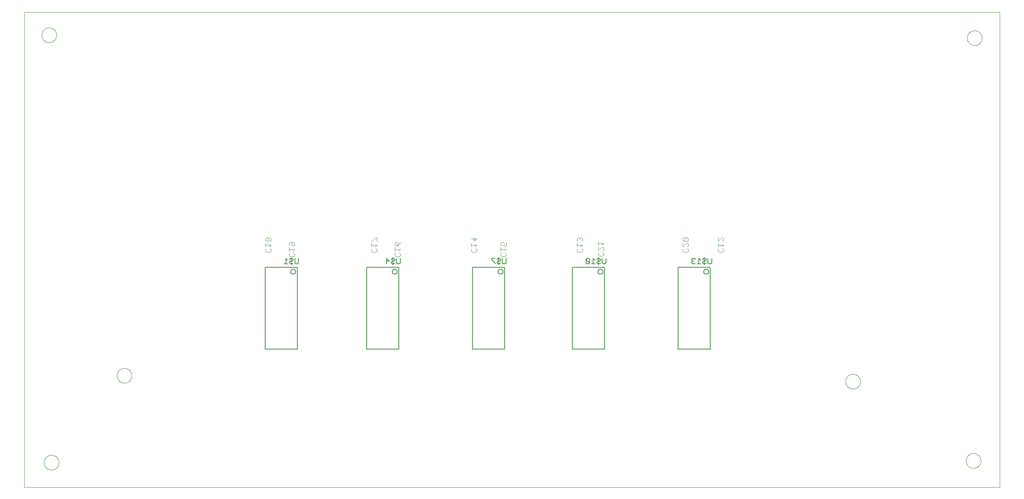
<source format=gbo>
G75*
%MOIN*%
%OFA0B0*%
%FSLAX25Y25*%
%IPPOS*%
%LPD*%
%AMOC8*
5,1,8,0,0,1.08239X$1,22.5*
%
%ADD10C,0.00000*%
%ADD11C,0.00400*%
%ADD12C,0.00600*%
%ADD13C,0.00500*%
D10*
X0002200Y0002700D02*
X0002200Y0407401D01*
X0832121Y0407401D01*
X0832121Y0002700D01*
X0002200Y0002700D01*
X0018901Y0023700D02*
X0018903Y0023858D01*
X0018909Y0024016D01*
X0018919Y0024174D01*
X0018933Y0024332D01*
X0018951Y0024489D01*
X0018972Y0024646D01*
X0018998Y0024802D01*
X0019028Y0024958D01*
X0019061Y0025113D01*
X0019099Y0025266D01*
X0019140Y0025419D01*
X0019185Y0025571D01*
X0019234Y0025722D01*
X0019287Y0025871D01*
X0019343Y0026019D01*
X0019403Y0026165D01*
X0019467Y0026310D01*
X0019535Y0026453D01*
X0019606Y0026595D01*
X0019680Y0026735D01*
X0019758Y0026872D01*
X0019840Y0027008D01*
X0019924Y0027142D01*
X0020013Y0027273D01*
X0020104Y0027402D01*
X0020199Y0027529D01*
X0020296Y0027654D01*
X0020397Y0027776D01*
X0020501Y0027895D01*
X0020608Y0028012D01*
X0020718Y0028126D01*
X0020831Y0028237D01*
X0020946Y0028346D01*
X0021064Y0028451D01*
X0021185Y0028553D01*
X0021308Y0028653D01*
X0021434Y0028749D01*
X0021562Y0028842D01*
X0021692Y0028932D01*
X0021825Y0029018D01*
X0021960Y0029102D01*
X0022096Y0029181D01*
X0022235Y0029258D01*
X0022376Y0029330D01*
X0022518Y0029400D01*
X0022662Y0029465D01*
X0022808Y0029527D01*
X0022955Y0029585D01*
X0023104Y0029640D01*
X0023254Y0029691D01*
X0023405Y0029738D01*
X0023557Y0029781D01*
X0023710Y0029820D01*
X0023865Y0029856D01*
X0024020Y0029887D01*
X0024176Y0029915D01*
X0024332Y0029939D01*
X0024489Y0029959D01*
X0024647Y0029975D01*
X0024804Y0029987D01*
X0024963Y0029995D01*
X0025121Y0029999D01*
X0025279Y0029999D01*
X0025437Y0029995D01*
X0025596Y0029987D01*
X0025753Y0029975D01*
X0025911Y0029959D01*
X0026068Y0029939D01*
X0026224Y0029915D01*
X0026380Y0029887D01*
X0026535Y0029856D01*
X0026690Y0029820D01*
X0026843Y0029781D01*
X0026995Y0029738D01*
X0027146Y0029691D01*
X0027296Y0029640D01*
X0027445Y0029585D01*
X0027592Y0029527D01*
X0027738Y0029465D01*
X0027882Y0029400D01*
X0028024Y0029330D01*
X0028165Y0029258D01*
X0028304Y0029181D01*
X0028440Y0029102D01*
X0028575Y0029018D01*
X0028708Y0028932D01*
X0028838Y0028842D01*
X0028966Y0028749D01*
X0029092Y0028653D01*
X0029215Y0028553D01*
X0029336Y0028451D01*
X0029454Y0028346D01*
X0029569Y0028237D01*
X0029682Y0028126D01*
X0029792Y0028012D01*
X0029899Y0027895D01*
X0030003Y0027776D01*
X0030104Y0027654D01*
X0030201Y0027529D01*
X0030296Y0027402D01*
X0030387Y0027273D01*
X0030476Y0027142D01*
X0030560Y0027008D01*
X0030642Y0026872D01*
X0030720Y0026735D01*
X0030794Y0026595D01*
X0030865Y0026453D01*
X0030933Y0026310D01*
X0030997Y0026165D01*
X0031057Y0026019D01*
X0031113Y0025871D01*
X0031166Y0025722D01*
X0031215Y0025571D01*
X0031260Y0025419D01*
X0031301Y0025266D01*
X0031339Y0025113D01*
X0031372Y0024958D01*
X0031402Y0024802D01*
X0031428Y0024646D01*
X0031449Y0024489D01*
X0031467Y0024332D01*
X0031481Y0024174D01*
X0031491Y0024016D01*
X0031497Y0023858D01*
X0031499Y0023700D01*
X0031497Y0023542D01*
X0031491Y0023384D01*
X0031481Y0023226D01*
X0031467Y0023068D01*
X0031449Y0022911D01*
X0031428Y0022754D01*
X0031402Y0022598D01*
X0031372Y0022442D01*
X0031339Y0022287D01*
X0031301Y0022134D01*
X0031260Y0021981D01*
X0031215Y0021829D01*
X0031166Y0021678D01*
X0031113Y0021529D01*
X0031057Y0021381D01*
X0030997Y0021235D01*
X0030933Y0021090D01*
X0030865Y0020947D01*
X0030794Y0020805D01*
X0030720Y0020665D01*
X0030642Y0020528D01*
X0030560Y0020392D01*
X0030476Y0020258D01*
X0030387Y0020127D01*
X0030296Y0019998D01*
X0030201Y0019871D01*
X0030104Y0019746D01*
X0030003Y0019624D01*
X0029899Y0019505D01*
X0029792Y0019388D01*
X0029682Y0019274D01*
X0029569Y0019163D01*
X0029454Y0019054D01*
X0029336Y0018949D01*
X0029215Y0018847D01*
X0029092Y0018747D01*
X0028966Y0018651D01*
X0028838Y0018558D01*
X0028708Y0018468D01*
X0028575Y0018382D01*
X0028440Y0018298D01*
X0028304Y0018219D01*
X0028165Y0018142D01*
X0028024Y0018070D01*
X0027882Y0018000D01*
X0027738Y0017935D01*
X0027592Y0017873D01*
X0027445Y0017815D01*
X0027296Y0017760D01*
X0027146Y0017709D01*
X0026995Y0017662D01*
X0026843Y0017619D01*
X0026690Y0017580D01*
X0026535Y0017544D01*
X0026380Y0017513D01*
X0026224Y0017485D01*
X0026068Y0017461D01*
X0025911Y0017441D01*
X0025753Y0017425D01*
X0025596Y0017413D01*
X0025437Y0017405D01*
X0025279Y0017401D01*
X0025121Y0017401D01*
X0024963Y0017405D01*
X0024804Y0017413D01*
X0024647Y0017425D01*
X0024489Y0017441D01*
X0024332Y0017461D01*
X0024176Y0017485D01*
X0024020Y0017513D01*
X0023865Y0017544D01*
X0023710Y0017580D01*
X0023557Y0017619D01*
X0023405Y0017662D01*
X0023254Y0017709D01*
X0023104Y0017760D01*
X0022955Y0017815D01*
X0022808Y0017873D01*
X0022662Y0017935D01*
X0022518Y0018000D01*
X0022376Y0018070D01*
X0022235Y0018142D01*
X0022096Y0018219D01*
X0021960Y0018298D01*
X0021825Y0018382D01*
X0021692Y0018468D01*
X0021562Y0018558D01*
X0021434Y0018651D01*
X0021308Y0018747D01*
X0021185Y0018847D01*
X0021064Y0018949D01*
X0020946Y0019054D01*
X0020831Y0019163D01*
X0020718Y0019274D01*
X0020608Y0019388D01*
X0020501Y0019505D01*
X0020397Y0019624D01*
X0020296Y0019746D01*
X0020199Y0019871D01*
X0020104Y0019998D01*
X0020013Y0020127D01*
X0019924Y0020258D01*
X0019840Y0020392D01*
X0019758Y0020528D01*
X0019680Y0020665D01*
X0019606Y0020805D01*
X0019535Y0020947D01*
X0019467Y0021090D01*
X0019403Y0021235D01*
X0019343Y0021381D01*
X0019287Y0021529D01*
X0019234Y0021678D01*
X0019185Y0021829D01*
X0019140Y0021981D01*
X0019099Y0022134D01*
X0019061Y0022287D01*
X0019028Y0022442D01*
X0018998Y0022598D01*
X0018972Y0022754D01*
X0018951Y0022911D01*
X0018933Y0023068D01*
X0018919Y0023226D01*
X0018909Y0023384D01*
X0018903Y0023542D01*
X0018901Y0023700D01*
X0080901Y0097700D02*
X0080903Y0097858D01*
X0080909Y0098016D01*
X0080919Y0098174D01*
X0080933Y0098332D01*
X0080951Y0098489D01*
X0080972Y0098646D01*
X0080998Y0098802D01*
X0081028Y0098958D01*
X0081061Y0099113D01*
X0081099Y0099266D01*
X0081140Y0099419D01*
X0081185Y0099571D01*
X0081234Y0099722D01*
X0081287Y0099871D01*
X0081343Y0100019D01*
X0081403Y0100165D01*
X0081467Y0100310D01*
X0081535Y0100453D01*
X0081606Y0100595D01*
X0081680Y0100735D01*
X0081758Y0100872D01*
X0081840Y0101008D01*
X0081924Y0101142D01*
X0082013Y0101273D01*
X0082104Y0101402D01*
X0082199Y0101529D01*
X0082296Y0101654D01*
X0082397Y0101776D01*
X0082501Y0101895D01*
X0082608Y0102012D01*
X0082718Y0102126D01*
X0082831Y0102237D01*
X0082946Y0102346D01*
X0083064Y0102451D01*
X0083185Y0102553D01*
X0083308Y0102653D01*
X0083434Y0102749D01*
X0083562Y0102842D01*
X0083692Y0102932D01*
X0083825Y0103018D01*
X0083960Y0103102D01*
X0084096Y0103181D01*
X0084235Y0103258D01*
X0084376Y0103330D01*
X0084518Y0103400D01*
X0084662Y0103465D01*
X0084808Y0103527D01*
X0084955Y0103585D01*
X0085104Y0103640D01*
X0085254Y0103691D01*
X0085405Y0103738D01*
X0085557Y0103781D01*
X0085710Y0103820D01*
X0085865Y0103856D01*
X0086020Y0103887D01*
X0086176Y0103915D01*
X0086332Y0103939D01*
X0086489Y0103959D01*
X0086647Y0103975D01*
X0086804Y0103987D01*
X0086963Y0103995D01*
X0087121Y0103999D01*
X0087279Y0103999D01*
X0087437Y0103995D01*
X0087596Y0103987D01*
X0087753Y0103975D01*
X0087911Y0103959D01*
X0088068Y0103939D01*
X0088224Y0103915D01*
X0088380Y0103887D01*
X0088535Y0103856D01*
X0088690Y0103820D01*
X0088843Y0103781D01*
X0088995Y0103738D01*
X0089146Y0103691D01*
X0089296Y0103640D01*
X0089445Y0103585D01*
X0089592Y0103527D01*
X0089738Y0103465D01*
X0089882Y0103400D01*
X0090024Y0103330D01*
X0090165Y0103258D01*
X0090304Y0103181D01*
X0090440Y0103102D01*
X0090575Y0103018D01*
X0090708Y0102932D01*
X0090838Y0102842D01*
X0090966Y0102749D01*
X0091092Y0102653D01*
X0091215Y0102553D01*
X0091336Y0102451D01*
X0091454Y0102346D01*
X0091569Y0102237D01*
X0091682Y0102126D01*
X0091792Y0102012D01*
X0091899Y0101895D01*
X0092003Y0101776D01*
X0092104Y0101654D01*
X0092201Y0101529D01*
X0092296Y0101402D01*
X0092387Y0101273D01*
X0092476Y0101142D01*
X0092560Y0101008D01*
X0092642Y0100872D01*
X0092720Y0100735D01*
X0092794Y0100595D01*
X0092865Y0100453D01*
X0092933Y0100310D01*
X0092997Y0100165D01*
X0093057Y0100019D01*
X0093113Y0099871D01*
X0093166Y0099722D01*
X0093215Y0099571D01*
X0093260Y0099419D01*
X0093301Y0099266D01*
X0093339Y0099113D01*
X0093372Y0098958D01*
X0093402Y0098802D01*
X0093428Y0098646D01*
X0093449Y0098489D01*
X0093467Y0098332D01*
X0093481Y0098174D01*
X0093491Y0098016D01*
X0093497Y0097858D01*
X0093499Y0097700D01*
X0093497Y0097542D01*
X0093491Y0097384D01*
X0093481Y0097226D01*
X0093467Y0097068D01*
X0093449Y0096911D01*
X0093428Y0096754D01*
X0093402Y0096598D01*
X0093372Y0096442D01*
X0093339Y0096287D01*
X0093301Y0096134D01*
X0093260Y0095981D01*
X0093215Y0095829D01*
X0093166Y0095678D01*
X0093113Y0095529D01*
X0093057Y0095381D01*
X0092997Y0095235D01*
X0092933Y0095090D01*
X0092865Y0094947D01*
X0092794Y0094805D01*
X0092720Y0094665D01*
X0092642Y0094528D01*
X0092560Y0094392D01*
X0092476Y0094258D01*
X0092387Y0094127D01*
X0092296Y0093998D01*
X0092201Y0093871D01*
X0092104Y0093746D01*
X0092003Y0093624D01*
X0091899Y0093505D01*
X0091792Y0093388D01*
X0091682Y0093274D01*
X0091569Y0093163D01*
X0091454Y0093054D01*
X0091336Y0092949D01*
X0091215Y0092847D01*
X0091092Y0092747D01*
X0090966Y0092651D01*
X0090838Y0092558D01*
X0090708Y0092468D01*
X0090575Y0092382D01*
X0090440Y0092298D01*
X0090304Y0092219D01*
X0090165Y0092142D01*
X0090024Y0092070D01*
X0089882Y0092000D01*
X0089738Y0091935D01*
X0089592Y0091873D01*
X0089445Y0091815D01*
X0089296Y0091760D01*
X0089146Y0091709D01*
X0088995Y0091662D01*
X0088843Y0091619D01*
X0088690Y0091580D01*
X0088535Y0091544D01*
X0088380Y0091513D01*
X0088224Y0091485D01*
X0088068Y0091461D01*
X0087911Y0091441D01*
X0087753Y0091425D01*
X0087596Y0091413D01*
X0087437Y0091405D01*
X0087279Y0091401D01*
X0087121Y0091401D01*
X0086963Y0091405D01*
X0086804Y0091413D01*
X0086647Y0091425D01*
X0086489Y0091441D01*
X0086332Y0091461D01*
X0086176Y0091485D01*
X0086020Y0091513D01*
X0085865Y0091544D01*
X0085710Y0091580D01*
X0085557Y0091619D01*
X0085405Y0091662D01*
X0085254Y0091709D01*
X0085104Y0091760D01*
X0084955Y0091815D01*
X0084808Y0091873D01*
X0084662Y0091935D01*
X0084518Y0092000D01*
X0084376Y0092070D01*
X0084235Y0092142D01*
X0084096Y0092219D01*
X0083960Y0092298D01*
X0083825Y0092382D01*
X0083692Y0092468D01*
X0083562Y0092558D01*
X0083434Y0092651D01*
X0083308Y0092747D01*
X0083185Y0092847D01*
X0083064Y0092949D01*
X0082946Y0093054D01*
X0082831Y0093163D01*
X0082718Y0093274D01*
X0082608Y0093388D01*
X0082501Y0093505D01*
X0082397Y0093624D01*
X0082296Y0093746D01*
X0082199Y0093871D01*
X0082104Y0093998D01*
X0082013Y0094127D01*
X0081924Y0094258D01*
X0081840Y0094392D01*
X0081758Y0094528D01*
X0081680Y0094665D01*
X0081606Y0094805D01*
X0081535Y0094947D01*
X0081467Y0095090D01*
X0081403Y0095235D01*
X0081343Y0095381D01*
X0081287Y0095529D01*
X0081234Y0095678D01*
X0081185Y0095829D01*
X0081140Y0095981D01*
X0081099Y0096134D01*
X0081061Y0096287D01*
X0081028Y0096442D01*
X0080998Y0096598D01*
X0080972Y0096754D01*
X0080951Y0096911D01*
X0080933Y0097068D01*
X0080919Y0097226D01*
X0080909Y0097384D01*
X0080903Y0097542D01*
X0080901Y0097700D01*
X0016901Y0387700D02*
X0016903Y0387858D01*
X0016909Y0388016D01*
X0016919Y0388174D01*
X0016933Y0388332D01*
X0016951Y0388489D01*
X0016972Y0388646D01*
X0016998Y0388802D01*
X0017028Y0388958D01*
X0017061Y0389113D01*
X0017099Y0389266D01*
X0017140Y0389419D01*
X0017185Y0389571D01*
X0017234Y0389722D01*
X0017287Y0389871D01*
X0017343Y0390019D01*
X0017403Y0390165D01*
X0017467Y0390310D01*
X0017535Y0390453D01*
X0017606Y0390595D01*
X0017680Y0390735D01*
X0017758Y0390872D01*
X0017840Y0391008D01*
X0017924Y0391142D01*
X0018013Y0391273D01*
X0018104Y0391402D01*
X0018199Y0391529D01*
X0018296Y0391654D01*
X0018397Y0391776D01*
X0018501Y0391895D01*
X0018608Y0392012D01*
X0018718Y0392126D01*
X0018831Y0392237D01*
X0018946Y0392346D01*
X0019064Y0392451D01*
X0019185Y0392553D01*
X0019308Y0392653D01*
X0019434Y0392749D01*
X0019562Y0392842D01*
X0019692Y0392932D01*
X0019825Y0393018D01*
X0019960Y0393102D01*
X0020096Y0393181D01*
X0020235Y0393258D01*
X0020376Y0393330D01*
X0020518Y0393400D01*
X0020662Y0393465D01*
X0020808Y0393527D01*
X0020955Y0393585D01*
X0021104Y0393640D01*
X0021254Y0393691D01*
X0021405Y0393738D01*
X0021557Y0393781D01*
X0021710Y0393820D01*
X0021865Y0393856D01*
X0022020Y0393887D01*
X0022176Y0393915D01*
X0022332Y0393939D01*
X0022489Y0393959D01*
X0022647Y0393975D01*
X0022804Y0393987D01*
X0022963Y0393995D01*
X0023121Y0393999D01*
X0023279Y0393999D01*
X0023437Y0393995D01*
X0023596Y0393987D01*
X0023753Y0393975D01*
X0023911Y0393959D01*
X0024068Y0393939D01*
X0024224Y0393915D01*
X0024380Y0393887D01*
X0024535Y0393856D01*
X0024690Y0393820D01*
X0024843Y0393781D01*
X0024995Y0393738D01*
X0025146Y0393691D01*
X0025296Y0393640D01*
X0025445Y0393585D01*
X0025592Y0393527D01*
X0025738Y0393465D01*
X0025882Y0393400D01*
X0026024Y0393330D01*
X0026165Y0393258D01*
X0026304Y0393181D01*
X0026440Y0393102D01*
X0026575Y0393018D01*
X0026708Y0392932D01*
X0026838Y0392842D01*
X0026966Y0392749D01*
X0027092Y0392653D01*
X0027215Y0392553D01*
X0027336Y0392451D01*
X0027454Y0392346D01*
X0027569Y0392237D01*
X0027682Y0392126D01*
X0027792Y0392012D01*
X0027899Y0391895D01*
X0028003Y0391776D01*
X0028104Y0391654D01*
X0028201Y0391529D01*
X0028296Y0391402D01*
X0028387Y0391273D01*
X0028476Y0391142D01*
X0028560Y0391008D01*
X0028642Y0390872D01*
X0028720Y0390735D01*
X0028794Y0390595D01*
X0028865Y0390453D01*
X0028933Y0390310D01*
X0028997Y0390165D01*
X0029057Y0390019D01*
X0029113Y0389871D01*
X0029166Y0389722D01*
X0029215Y0389571D01*
X0029260Y0389419D01*
X0029301Y0389266D01*
X0029339Y0389113D01*
X0029372Y0388958D01*
X0029402Y0388802D01*
X0029428Y0388646D01*
X0029449Y0388489D01*
X0029467Y0388332D01*
X0029481Y0388174D01*
X0029491Y0388016D01*
X0029497Y0387858D01*
X0029499Y0387700D01*
X0029497Y0387542D01*
X0029491Y0387384D01*
X0029481Y0387226D01*
X0029467Y0387068D01*
X0029449Y0386911D01*
X0029428Y0386754D01*
X0029402Y0386598D01*
X0029372Y0386442D01*
X0029339Y0386287D01*
X0029301Y0386134D01*
X0029260Y0385981D01*
X0029215Y0385829D01*
X0029166Y0385678D01*
X0029113Y0385529D01*
X0029057Y0385381D01*
X0028997Y0385235D01*
X0028933Y0385090D01*
X0028865Y0384947D01*
X0028794Y0384805D01*
X0028720Y0384665D01*
X0028642Y0384528D01*
X0028560Y0384392D01*
X0028476Y0384258D01*
X0028387Y0384127D01*
X0028296Y0383998D01*
X0028201Y0383871D01*
X0028104Y0383746D01*
X0028003Y0383624D01*
X0027899Y0383505D01*
X0027792Y0383388D01*
X0027682Y0383274D01*
X0027569Y0383163D01*
X0027454Y0383054D01*
X0027336Y0382949D01*
X0027215Y0382847D01*
X0027092Y0382747D01*
X0026966Y0382651D01*
X0026838Y0382558D01*
X0026708Y0382468D01*
X0026575Y0382382D01*
X0026440Y0382298D01*
X0026304Y0382219D01*
X0026165Y0382142D01*
X0026024Y0382070D01*
X0025882Y0382000D01*
X0025738Y0381935D01*
X0025592Y0381873D01*
X0025445Y0381815D01*
X0025296Y0381760D01*
X0025146Y0381709D01*
X0024995Y0381662D01*
X0024843Y0381619D01*
X0024690Y0381580D01*
X0024535Y0381544D01*
X0024380Y0381513D01*
X0024224Y0381485D01*
X0024068Y0381461D01*
X0023911Y0381441D01*
X0023753Y0381425D01*
X0023596Y0381413D01*
X0023437Y0381405D01*
X0023279Y0381401D01*
X0023121Y0381401D01*
X0022963Y0381405D01*
X0022804Y0381413D01*
X0022647Y0381425D01*
X0022489Y0381441D01*
X0022332Y0381461D01*
X0022176Y0381485D01*
X0022020Y0381513D01*
X0021865Y0381544D01*
X0021710Y0381580D01*
X0021557Y0381619D01*
X0021405Y0381662D01*
X0021254Y0381709D01*
X0021104Y0381760D01*
X0020955Y0381815D01*
X0020808Y0381873D01*
X0020662Y0381935D01*
X0020518Y0382000D01*
X0020376Y0382070D01*
X0020235Y0382142D01*
X0020096Y0382219D01*
X0019960Y0382298D01*
X0019825Y0382382D01*
X0019692Y0382468D01*
X0019562Y0382558D01*
X0019434Y0382651D01*
X0019308Y0382747D01*
X0019185Y0382847D01*
X0019064Y0382949D01*
X0018946Y0383054D01*
X0018831Y0383163D01*
X0018718Y0383274D01*
X0018608Y0383388D01*
X0018501Y0383505D01*
X0018397Y0383624D01*
X0018296Y0383746D01*
X0018199Y0383871D01*
X0018104Y0383998D01*
X0018013Y0384127D01*
X0017924Y0384258D01*
X0017840Y0384392D01*
X0017758Y0384528D01*
X0017680Y0384665D01*
X0017606Y0384805D01*
X0017535Y0384947D01*
X0017467Y0385090D01*
X0017403Y0385235D01*
X0017343Y0385381D01*
X0017287Y0385529D01*
X0017234Y0385678D01*
X0017185Y0385829D01*
X0017140Y0385981D01*
X0017099Y0386134D01*
X0017061Y0386287D01*
X0017028Y0386442D01*
X0016998Y0386598D01*
X0016972Y0386754D01*
X0016951Y0386911D01*
X0016933Y0387068D01*
X0016919Y0387226D01*
X0016909Y0387384D01*
X0016903Y0387542D01*
X0016901Y0387700D01*
X0700901Y0092700D02*
X0700903Y0092858D01*
X0700909Y0093016D01*
X0700919Y0093174D01*
X0700933Y0093332D01*
X0700951Y0093489D01*
X0700972Y0093646D01*
X0700998Y0093802D01*
X0701028Y0093958D01*
X0701061Y0094113D01*
X0701099Y0094266D01*
X0701140Y0094419D01*
X0701185Y0094571D01*
X0701234Y0094722D01*
X0701287Y0094871D01*
X0701343Y0095019D01*
X0701403Y0095165D01*
X0701467Y0095310D01*
X0701535Y0095453D01*
X0701606Y0095595D01*
X0701680Y0095735D01*
X0701758Y0095872D01*
X0701840Y0096008D01*
X0701924Y0096142D01*
X0702013Y0096273D01*
X0702104Y0096402D01*
X0702199Y0096529D01*
X0702296Y0096654D01*
X0702397Y0096776D01*
X0702501Y0096895D01*
X0702608Y0097012D01*
X0702718Y0097126D01*
X0702831Y0097237D01*
X0702946Y0097346D01*
X0703064Y0097451D01*
X0703185Y0097553D01*
X0703308Y0097653D01*
X0703434Y0097749D01*
X0703562Y0097842D01*
X0703692Y0097932D01*
X0703825Y0098018D01*
X0703960Y0098102D01*
X0704096Y0098181D01*
X0704235Y0098258D01*
X0704376Y0098330D01*
X0704518Y0098400D01*
X0704662Y0098465D01*
X0704808Y0098527D01*
X0704955Y0098585D01*
X0705104Y0098640D01*
X0705254Y0098691D01*
X0705405Y0098738D01*
X0705557Y0098781D01*
X0705710Y0098820D01*
X0705865Y0098856D01*
X0706020Y0098887D01*
X0706176Y0098915D01*
X0706332Y0098939D01*
X0706489Y0098959D01*
X0706647Y0098975D01*
X0706804Y0098987D01*
X0706963Y0098995D01*
X0707121Y0098999D01*
X0707279Y0098999D01*
X0707437Y0098995D01*
X0707596Y0098987D01*
X0707753Y0098975D01*
X0707911Y0098959D01*
X0708068Y0098939D01*
X0708224Y0098915D01*
X0708380Y0098887D01*
X0708535Y0098856D01*
X0708690Y0098820D01*
X0708843Y0098781D01*
X0708995Y0098738D01*
X0709146Y0098691D01*
X0709296Y0098640D01*
X0709445Y0098585D01*
X0709592Y0098527D01*
X0709738Y0098465D01*
X0709882Y0098400D01*
X0710024Y0098330D01*
X0710165Y0098258D01*
X0710304Y0098181D01*
X0710440Y0098102D01*
X0710575Y0098018D01*
X0710708Y0097932D01*
X0710838Y0097842D01*
X0710966Y0097749D01*
X0711092Y0097653D01*
X0711215Y0097553D01*
X0711336Y0097451D01*
X0711454Y0097346D01*
X0711569Y0097237D01*
X0711682Y0097126D01*
X0711792Y0097012D01*
X0711899Y0096895D01*
X0712003Y0096776D01*
X0712104Y0096654D01*
X0712201Y0096529D01*
X0712296Y0096402D01*
X0712387Y0096273D01*
X0712476Y0096142D01*
X0712560Y0096008D01*
X0712642Y0095872D01*
X0712720Y0095735D01*
X0712794Y0095595D01*
X0712865Y0095453D01*
X0712933Y0095310D01*
X0712997Y0095165D01*
X0713057Y0095019D01*
X0713113Y0094871D01*
X0713166Y0094722D01*
X0713215Y0094571D01*
X0713260Y0094419D01*
X0713301Y0094266D01*
X0713339Y0094113D01*
X0713372Y0093958D01*
X0713402Y0093802D01*
X0713428Y0093646D01*
X0713449Y0093489D01*
X0713467Y0093332D01*
X0713481Y0093174D01*
X0713491Y0093016D01*
X0713497Y0092858D01*
X0713499Y0092700D01*
X0713497Y0092542D01*
X0713491Y0092384D01*
X0713481Y0092226D01*
X0713467Y0092068D01*
X0713449Y0091911D01*
X0713428Y0091754D01*
X0713402Y0091598D01*
X0713372Y0091442D01*
X0713339Y0091287D01*
X0713301Y0091134D01*
X0713260Y0090981D01*
X0713215Y0090829D01*
X0713166Y0090678D01*
X0713113Y0090529D01*
X0713057Y0090381D01*
X0712997Y0090235D01*
X0712933Y0090090D01*
X0712865Y0089947D01*
X0712794Y0089805D01*
X0712720Y0089665D01*
X0712642Y0089528D01*
X0712560Y0089392D01*
X0712476Y0089258D01*
X0712387Y0089127D01*
X0712296Y0088998D01*
X0712201Y0088871D01*
X0712104Y0088746D01*
X0712003Y0088624D01*
X0711899Y0088505D01*
X0711792Y0088388D01*
X0711682Y0088274D01*
X0711569Y0088163D01*
X0711454Y0088054D01*
X0711336Y0087949D01*
X0711215Y0087847D01*
X0711092Y0087747D01*
X0710966Y0087651D01*
X0710838Y0087558D01*
X0710708Y0087468D01*
X0710575Y0087382D01*
X0710440Y0087298D01*
X0710304Y0087219D01*
X0710165Y0087142D01*
X0710024Y0087070D01*
X0709882Y0087000D01*
X0709738Y0086935D01*
X0709592Y0086873D01*
X0709445Y0086815D01*
X0709296Y0086760D01*
X0709146Y0086709D01*
X0708995Y0086662D01*
X0708843Y0086619D01*
X0708690Y0086580D01*
X0708535Y0086544D01*
X0708380Y0086513D01*
X0708224Y0086485D01*
X0708068Y0086461D01*
X0707911Y0086441D01*
X0707753Y0086425D01*
X0707596Y0086413D01*
X0707437Y0086405D01*
X0707279Y0086401D01*
X0707121Y0086401D01*
X0706963Y0086405D01*
X0706804Y0086413D01*
X0706647Y0086425D01*
X0706489Y0086441D01*
X0706332Y0086461D01*
X0706176Y0086485D01*
X0706020Y0086513D01*
X0705865Y0086544D01*
X0705710Y0086580D01*
X0705557Y0086619D01*
X0705405Y0086662D01*
X0705254Y0086709D01*
X0705104Y0086760D01*
X0704955Y0086815D01*
X0704808Y0086873D01*
X0704662Y0086935D01*
X0704518Y0087000D01*
X0704376Y0087070D01*
X0704235Y0087142D01*
X0704096Y0087219D01*
X0703960Y0087298D01*
X0703825Y0087382D01*
X0703692Y0087468D01*
X0703562Y0087558D01*
X0703434Y0087651D01*
X0703308Y0087747D01*
X0703185Y0087847D01*
X0703064Y0087949D01*
X0702946Y0088054D01*
X0702831Y0088163D01*
X0702718Y0088274D01*
X0702608Y0088388D01*
X0702501Y0088505D01*
X0702397Y0088624D01*
X0702296Y0088746D01*
X0702199Y0088871D01*
X0702104Y0088998D01*
X0702013Y0089127D01*
X0701924Y0089258D01*
X0701840Y0089392D01*
X0701758Y0089528D01*
X0701680Y0089665D01*
X0701606Y0089805D01*
X0701535Y0089947D01*
X0701467Y0090090D01*
X0701403Y0090235D01*
X0701343Y0090381D01*
X0701287Y0090529D01*
X0701234Y0090678D01*
X0701185Y0090829D01*
X0701140Y0090981D01*
X0701099Y0091134D01*
X0701061Y0091287D01*
X0701028Y0091442D01*
X0700998Y0091598D01*
X0700972Y0091754D01*
X0700951Y0091911D01*
X0700933Y0092068D01*
X0700919Y0092226D01*
X0700909Y0092384D01*
X0700903Y0092542D01*
X0700901Y0092700D01*
X0803401Y0025200D02*
X0803403Y0025358D01*
X0803409Y0025516D01*
X0803419Y0025674D01*
X0803433Y0025832D01*
X0803451Y0025989D01*
X0803472Y0026146D01*
X0803498Y0026302D01*
X0803528Y0026458D01*
X0803561Y0026613D01*
X0803599Y0026766D01*
X0803640Y0026919D01*
X0803685Y0027071D01*
X0803734Y0027222D01*
X0803787Y0027371D01*
X0803843Y0027519D01*
X0803903Y0027665D01*
X0803967Y0027810D01*
X0804035Y0027953D01*
X0804106Y0028095D01*
X0804180Y0028235D01*
X0804258Y0028372D01*
X0804340Y0028508D01*
X0804424Y0028642D01*
X0804513Y0028773D01*
X0804604Y0028902D01*
X0804699Y0029029D01*
X0804796Y0029154D01*
X0804897Y0029276D01*
X0805001Y0029395D01*
X0805108Y0029512D01*
X0805218Y0029626D01*
X0805331Y0029737D01*
X0805446Y0029846D01*
X0805564Y0029951D01*
X0805685Y0030053D01*
X0805808Y0030153D01*
X0805934Y0030249D01*
X0806062Y0030342D01*
X0806192Y0030432D01*
X0806325Y0030518D01*
X0806460Y0030602D01*
X0806596Y0030681D01*
X0806735Y0030758D01*
X0806876Y0030830D01*
X0807018Y0030900D01*
X0807162Y0030965D01*
X0807308Y0031027D01*
X0807455Y0031085D01*
X0807604Y0031140D01*
X0807754Y0031191D01*
X0807905Y0031238D01*
X0808057Y0031281D01*
X0808210Y0031320D01*
X0808365Y0031356D01*
X0808520Y0031387D01*
X0808676Y0031415D01*
X0808832Y0031439D01*
X0808989Y0031459D01*
X0809147Y0031475D01*
X0809304Y0031487D01*
X0809463Y0031495D01*
X0809621Y0031499D01*
X0809779Y0031499D01*
X0809937Y0031495D01*
X0810096Y0031487D01*
X0810253Y0031475D01*
X0810411Y0031459D01*
X0810568Y0031439D01*
X0810724Y0031415D01*
X0810880Y0031387D01*
X0811035Y0031356D01*
X0811190Y0031320D01*
X0811343Y0031281D01*
X0811495Y0031238D01*
X0811646Y0031191D01*
X0811796Y0031140D01*
X0811945Y0031085D01*
X0812092Y0031027D01*
X0812238Y0030965D01*
X0812382Y0030900D01*
X0812524Y0030830D01*
X0812665Y0030758D01*
X0812804Y0030681D01*
X0812940Y0030602D01*
X0813075Y0030518D01*
X0813208Y0030432D01*
X0813338Y0030342D01*
X0813466Y0030249D01*
X0813592Y0030153D01*
X0813715Y0030053D01*
X0813836Y0029951D01*
X0813954Y0029846D01*
X0814069Y0029737D01*
X0814182Y0029626D01*
X0814292Y0029512D01*
X0814399Y0029395D01*
X0814503Y0029276D01*
X0814604Y0029154D01*
X0814701Y0029029D01*
X0814796Y0028902D01*
X0814887Y0028773D01*
X0814976Y0028642D01*
X0815060Y0028508D01*
X0815142Y0028372D01*
X0815220Y0028235D01*
X0815294Y0028095D01*
X0815365Y0027953D01*
X0815433Y0027810D01*
X0815497Y0027665D01*
X0815557Y0027519D01*
X0815613Y0027371D01*
X0815666Y0027222D01*
X0815715Y0027071D01*
X0815760Y0026919D01*
X0815801Y0026766D01*
X0815839Y0026613D01*
X0815872Y0026458D01*
X0815902Y0026302D01*
X0815928Y0026146D01*
X0815949Y0025989D01*
X0815967Y0025832D01*
X0815981Y0025674D01*
X0815991Y0025516D01*
X0815997Y0025358D01*
X0815999Y0025200D01*
X0815997Y0025042D01*
X0815991Y0024884D01*
X0815981Y0024726D01*
X0815967Y0024568D01*
X0815949Y0024411D01*
X0815928Y0024254D01*
X0815902Y0024098D01*
X0815872Y0023942D01*
X0815839Y0023787D01*
X0815801Y0023634D01*
X0815760Y0023481D01*
X0815715Y0023329D01*
X0815666Y0023178D01*
X0815613Y0023029D01*
X0815557Y0022881D01*
X0815497Y0022735D01*
X0815433Y0022590D01*
X0815365Y0022447D01*
X0815294Y0022305D01*
X0815220Y0022165D01*
X0815142Y0022028D01*
X0815060Y0021892D01*
X0814976Y0021758D01*
X0814887Y0021627D01*
X0814796Y0021498D01*
X0814701Y0021371D01*
X0814604Y0021246D01*
X0814503Y0021124D01*
X0814399Y0021005D01*
X0814292Y0020888D01*
X0814182Y0020774D01*
X0814069Y0020663D01*
X0813954Y0020554D01*
X0813836Y0020449D01*
X0813715Y0020347D01*
X0813592Y0020247D01*
X0813466Y0020151D01*
X0813338Y0020058D01*
X0813208Y0019968D01*
X0813075Y0019882D01*
X0812940Y0019798D01*
X0812804Y0019719D01*
X0812665Y0019642D01*
X0812524Y0019570D01*
X0812382Y0019500D01*
X0812238Y0019435D01*
X0812092Y0019373D01*
X0811945Y0019315D01*
X0811796Y0019260D01*
X0811646Y0019209D01*
X0811495Y0019162D01*
X0811343Y0019119D01*
X0811190Y0019080D01*
X0811035Y0019044D01*
X0810880Y0019013D01*
X0810724Y0018985D01*
X0810568Y0018961D01*
X0810411Y0018941D01*
X0810253Y0018925D01*
X0810096Y0018913D01*
X0809937Y0018905D01*
X0809779Y0018901D01*
X0809621Y0018901D01*
X0809463Y0018905D01*
X0809304Y0018913D01*
X0809147Y0018925D01*
X0808989Y0018941D01*
X0808832Y0018961D01*
X0808676Y0018985D01*
X0808520Y0019013D01*
X0808365Y0019044D01*
X0808210Y0019080D01*
X0808057Y0019119D01*
X0807905Y0019162D01*
X0807754Y0019209D01*
X0807604Y0019260D01*
X0807455Y0019315D01*
X0807308Y0019373D01*
X0807162Y0019435D01*
X0807018Y0019500D01*
X0806876Y0019570D01*
X0806735Y0019642D01*
X0806596Y0019719D01*
X0806460Y0019798D01*
X0806325Y0019882D01*
X0806192Y0019968D01*
X0806062Y0020058D01*
X0805934Y0020151D01*
X0805808Y0020247D01*
X0805685Y0020347D01*
X0805564Y0020449D01*
X0805446Y0020554D01*
X0805331Y0020663D01*
X0805218Y0020774D01*
X0805108Y0020888D01*
X0805001Y0021005D01*
X0804897Y0021124D01*
X0804796Y0021246D01*
X0804699Y0021371D01*
X0804604Y0021498D01*
X0804513Y0021627D01*
X0804424Y0021758D01*
X0804340Y0021892D01*
X0804258Y0022028D01*
X0804180Y0022165D01*
X0804106Y0022305D01*
X0804035Y0022447D01*
X0803967Y0022590D01*
X0803903Y0022735D01*
X0803843Y0022881D01*
X0803787Y0023029D01*
X0803734Y0023178D01*
X0803685Y0023329D01*
X0803640Y0023481D01*
X0803599Y0023634D01*
X0803561Y0023787D01*
X0803528Y0023942D01*
X0803498Y0024098D01*
X0803472Y0024254D01*
X0803451Y0024411D01*
X0803433Y0024568D01*
X0803419Y0024726D01*
X0803409Y0024884D01*
X0803403Y0025042D01*
X0803401Y0025200D01*
X0804401Y0385200D02*
X0804403Y0385358D01*
X0804409Y0385516D01*
X0804419Y0385674D01*
X0804433Y0385832D01*
X0804451Y0385989D01*
X0804472Y0386146D01*
X0804498Y0386302D01*
X0804528Y0386458D01*
X0804561Y0386613D01*
X0804599Y0386766D01*
X0804640Y0386919D01*
X0804685Y0387071D01*
X0804734Y0387222D01*
X0804787Y0387371D01*
X0804843Y0387519D01*
X0804903Y0387665D01*
X0804967Y0387810D01*
X0805035Y0387953D01*
X0805106Y0388095D01*
X0805180Y0388235D01*
X0805258Y0388372D01*
X0805340Y0388508D01*
X0805424Y0388642D01*
X0805513Y0388773D01*
X0805604Y0388902D01*
X0805699Y0389029D01*
X0805796Y0389154D01*
X0805897Y0389276D01*
X0806001Y0389395D01*
X0806108Y0389512D01*
X0806218Y0389626D01*
X0806331Y0389737D01*
X0806446Y0389846D01*
X0806564Y0389951D01*
X0806685Y0390053D01*
X0806808Y0390153D01*
X0806934Y0390249D01*
X0807062Y0390342D01*
X0807192Y0390432D01*
X0807325Y0390518D01*
X0807460Y0390602D01*
X0807596Y0390681D01*
X0807735Y0390758D01*
X0807876Y0390830D01*
X0808018Y0390900D01*
X0808162Y0390965D01*
X0808308Y0391027D01*
X0808455Y0391085D01*
X0808604Y0391140D01*
X0808754Y0391191D01*
X0808905Y0391238D01*
X0809057Y0391281D01*
X0809210Y0391320D01*
X0809365Y0391356D01*
X0809520Y0391387D01*
X0809676Y0391415D01*
X0809832Y0391439D01*
X0809989Y0391459D01*
X0810147Y0391475D01*
X0810304Y0391487D01*
X0810463Y0391495D01*
X0810621Y0391499D01*
X0810779Y0391499D01*
X0810937Y0391495D01*
X0811096Y0391487D01*
X0811253Y0391475D01*
X0811411Y0391459D01*
X0811568Y0391439D01*
X0811724Y0391415D01*
X0811880Y0391387D01*
X0812035Y0391356D01*
X0812190Y0391320D01*
X0812343Y0391281D01*
X0812495Y0391238D01*
X0812646Y0391191D01*
X0812796Y0391140D01*
X0812945Y0391085D01*
X0813092Y0391027D01*
X0813238Y0390965D01*
X0813382Y0390900D01*
X0813524Y0390830D01*
X0813665Y0390758D01*
X0813804Y0390681D01*
X0813940Y0390602D01*
X0814075Y0390518D01*
X0814208Y0390432D01*
X0814338Y0390342D01*
X0814466Y0390249D01*
X0814592Y0390153D01*
X0814715Y0390053D01*
X0814836Y0389951D01*
X0814954Y0389846D01*
X0815069Y0389737D01*
X0815182Y0389626D01*
X0815292Y0389512D01*
X0815399Y0389395D01*
X0815503Y0389276D01*
X0815604Y0389154D01*
X0815701Y0389029D01*
X0815796Y0388902D01*
X0815887Y0388773D01*
X0815976Y0388642D01*
X0816060Y0388508D01*
X0816142Y0388372D01*
X0816220Y0388235D01*
X0816294Y0388095D01*
X0816365Y0387953D01*
X0816433Y0387810D01*
X0816497Y0387665D01*
X0816557Y0387519D01*
X0816613Y0387371D01*
X0816666Y0387222D01*
X0816715Y0387071D01*
X0816760Y0386919D01*
X0816801Y0386766D01*
X0816839Y0386613D01*
X0816872Y0386458D01*
X0816902Y0386302D01*
X0816928Y0386146D01*
X0816949Y0385989D01*
X0816967Y0385832D01*
X0816981Y0385674D01*
X0816991Y0385516D01*
X0816997Y0385358D01*
X0816999Y0385200D01*
X0816997Y0385042D01*
X0816991Y0384884D01*
X0816981Y0384726D01*
X0816967Y0384568D01*
X0816949Y0384411D01*
X0816928Y0384254D01*
X0816902Y0384098D01*
X0816872Y0383942D01*
X0816839Y0383787D01*
X0816801Y0383634D01*
X0816760Y0383481D01*
X0816715Y0383329D01*
X0816666Y0383178D01*
X0816613Y0383029D01*
X0816557Y0382881D01*
X0816497Y0382735D01*
X0816433Y0382590D01*
X0816365Y0382447D01*
X0816294Y0382305D01*
X0816220Y0382165D01*
X0816142Y0382028D01*
X0816060Y0381892D01*
X0815976Y0381758D01*
X0815887Y0381627D01*
X0815796Y0381498D01*
X0815701Y0381371D01*
X0815604Y0381246D01*
X0815503Y0381124D01*
X0815399Y0381005D01*
X0815292Y0380888D01*
X0815182Y0380774D01*
X0815069Y0380663D01*
X0814954Y0380554D01*
X0814836Y0380449D01*
X0814715Y0380347D01*
X0814592Y0380247D01*
X0814466Y0380151D01*
X0814338Y0380058D01*
X0814208Y0379968D01*
X0814075Y0379882D01*
X0813940Y0379798D01*
X0813804Y0379719D01*
X0813665Y0379642D01*
X0813524Y0379570D01*
X0813382Y0379500D01*
X0813238Y0379435D01*
X0813092Y0379373D01*
X0812945Y0379315D01*
X0812796Y0379260D01*
X0812646Y0379209D01*
X0812495Y0379162D01*
X0812343Y0379119D01*
X0812190Y0379080D01*
X0812035Y0379044D01*
X0811880Y0379013D01*
X0811724Y0378985D01*
X0811568Y0378961D01*
X0811411Y0378941D01*
X0811253Y0378925D01*
X0811096Y0378913D01*
X0810937Y0378905D01*
X0810779Y0378901D01*
X0810621Y0378901D01*
X0810463Y0378905D01*
X0810304Y0378913D01*
X0810147Y0378925D01*
X0809989Y0378941D01*
X0809832Y0378961D01*
X0809676Y0378985D01*
X0809520Y0379013D01*
X0809365Y0379044D01*
X0809210Y0379080D01*
X0809057Y0379119D01*
X0808905Y0379162D01*
X0808754Y0379209D01*
X0808604Y0379260D01*
X0808455Y0379315D01*
X0808308Y0379373D01*
X0808162Y0379435D01*
X0808018Y0379500D01*
X0807876Y0379570D01*
X0807735Y0379642D01*
X0807596Y0379719D01*
X0807460Y0379798D01*
X0807325Y0379882D01*
X0807192Y0379968D01*
X0807062Y0380058D01*
X0806934Y0380151D01*
X0806808Y0380247D01*
X0806685Y0380347D01*
X0806564Y0380449D01*
X0806446Y0380554D01*
X0806331Y0380663D01*
X0806218Y0380774D01*
X0806108Y0380888D01*
X0806001Y0381005D01*
X0805897Y0381124D01*
X0805796Y0381246D01*
X0805699Y0381371D01*
X0805604Y0381498D01*
X0805513Y0381627D01*
X0805424Y0381758D01*
X0805340Y0381892D01*
X0805258Y0382028D01*
X0805180Y0382165D01*
X0805106Y0382305D01*
X0805035Y0382447D01*
X0804967Y0382590D01*
X0804903Y0382735D01*
X0804843Y0382881D01*
X0804787Y0383029D01*
X0804734Y0383178D01*
X0804685Y0383329D01*
X0804640Y0383481D01*
X0804599Y0383634D01*
X0804561Y0383787D01*
X0804528Y0383942D01*
X0804498Y0384098D01*
X0804472Y0384254D01*
X0804451Y0384411D01*
X0804433Y0384568D01*
X0804419Y0384726D01*
X0804409Y0384884D01*
X0804403Y0385042D01*
X0804401Y0385200D01*
D11*
X0597004Y0214410D02*
X0597004Y0212875D01*
X0596237Y0212108D01*
X0597004Y0214410D02*
X0596237Y0215177D01*
X0595469Y0215177D01*
X0592400Y0212108D01*
X0592400Y0215177D01*
X0592400Y0210573D02*
X0592400Y0207504D01*
X0592400Y0209039D02*
X0597004Y0209039D01*
X0595469Y0207504D01*
X0596237Y0205969D02*
X0597004Y0205202D01*
X0597004Y0203667D01*
X0596237Y0202900D01*
X0593167Y0202900D01*
X0592400Y0203667D01*
X0592400Y0205202D01*
X0593167Y0205969D01*
X0567004Y0205202D02*
X0567004Y0203667D01*
X0566237Y0202900D01*
X0563167Y0202900D01*
X0562400Y0203667D01*
X0562400Y0205202D01*
X0563167Y0205969D01*
X0562400Y0207504D02*
X0565469Y0210573D01*
X0566237Y0210573D01*
X0567004Y0209806D01*
X0567004Y0208271D01*
X0566237Y0207504D01*
X0566237Y0205969D02*
X0567004Y0205202D01*
X0562400Y0207504D02*
X0562400Y0210573D01*
X0563167Y0212108D02*
X0566237Y0215177D01*
X0563167Y0215177D01*
X0562400Y0214410D01*
X0562400Y0212875D01*
X0563167Y0212108D01*
X0566237Y0212108D01*
X0567004Y0212875D01*
X0567004Y0214410D01*
X0566237Y0215177D01*
X0495004Y0210331D02*
X0493469Y0208796D01*
X0493469Y0207261D02*
X0494237Y0207261D01*
X0495004Y0206494D01*
X0495004Y0204959D01*
X0494237Y0204192D01*
X0494237Y0202657D02*
X0495004Y0201890D01*
X0495004Y0200356D01*
X0494237Y0199588D01*
X0491167Y0199588D01*
X0490400Y0200356D01*
X0490400Y0201890D01*
X0491167Y0202657D01*
X0490400Y0204192D02*
X0493469Y0207261D01*
X0490400Y0207261D02*
X0490400Y0204192D01*
X0490400Y0208796D02*
X0490400Y0211865D01*
X0490400Y0210331D02*
X0495004Y0210331D01*
X0477004Y0209039D02*
X0472400Y0209039D01*
X0472400Y0210573D02*
X0472400Y0207504D01*
X0473167Y0205969D02*
X0472400Y0205202D01*
X0472400Y0203667D01*
X0473167Y0202900D01*
X0476237Y0202900D01*
X0477004Y0203667D01*
X0477004Y0205202D01*
X0476237Y0205969D01*
X0475469Y0207504D02*
X0477004Y0209039D01*
X0476237Y0212108D02*
X0477004Y0212875D01*
X0477004Y0214410D01*
X0476237Y0215177D01*
X0475469Y0215177D01*
X0474702Y0214410D01*
X0473935Y0215177D01*
X0473167Y0215177D01*
X0472400Y0214410D01*
X0472400Y0212875D01*
X0473167Y0212108D01*
X0474702Y0213642D02*
X0474702Y0214410D01*
X0412004Y0211365D02*
X0412004Y0208296D01*
X0409702Y0208296D01*
X0410469Y0209831D01*
X0410469Y0210598D01*
X0409702Y0211365D01*
X0408167Y0211365D01*
X0407400Y0210598D01*
X0407400Y0209063D01*
X0408167Y0208296D01*
X0407400Y0206761D02*
X0407400Y0203692D01*
X0407400Y0205227D02*
X0412004Y0205227D01*
X0410469Y0203692D01*
X0411237Y0202157D02*
X0412004Y0201390D01*
X0412004Y0199856D01*
X0411237Y0199088D01*
X0408167Y0199088D01*
X0407400Y0199856D01*
X0407400Y0201390D01*
X0408167Y0202157D01*
X0387004Y0203667D02*
X0386237Y0202900D01*
X0383167Y0202900D01*
X0382400Y0203667D01*
X0382400Y0205202D01*
X0383167Y0205969D01*
X0382400Y0207504D02*
X0382400Y0210573D01*
X0382400Y0209039D02*
X0387004Y0209039D01*
X0385469Y0207504D01*
X0386237Y0205969D02*
X0387004Y0205202D01*
X0387004Y0203667D01*
X0384702Y0212108D02*
X0384702Y0215177D01*
X0387004Y0214410D02*
X0384702Y0212108D01*
X0382400Y0214410D02*
X0387004Y0214410D01*
X0322004Y0211365D02*
X0321237Y0209831D01*
X0319702Y0208296D01*
X0319702Y0210598D01*
X0318935Y0211365D01*
X0318167Y0211365D01*
X0317400Y0210598D01*
X0317400Y0209063D01*
X0318167Y0208296D01*
X0319702Y0208296D01*
X0317400Y0206761D02*
X0317400Y0203692D01*
X0317400Y0205227D02*
X0322004Y0205227D01*
X0320469Y0203692D01*
X0321237Y0202157D02*
X0322004Y0201390D01*
X0322004Y0199856D01*
X0321237Y0199088D01*
X0318167Y0199088D01*
X0317400Y0199856D01*
X0317400Y0201390D01*
X0318167Y0202157D01*
X0302004Y0203667D02*
X0301237Y0202900D01*
X0298167Y0202900D01*
X0297400Y0203667D01*
X0297400Y0205202D01*
X0298167Y0205969D01*
X0297400Y0207504D02*
X0297400Y0210573D01*
X0297400Y0209039D02*
X0302004Y0209039D01*
X0300469Y0207504D01*
X0301237Y0205969D02*
X0302004Y0205202D01*
X0302004Y0203667D01*
X0302004Y0212108D02*
X0302004Y0215177D01*
X0301237Y0215177D01*
X0298167Y0212108D01*
X0297400Y0212108D01*
X0232004Y0210598D02*
X0232004Y0209063D01*
X0231237Y0208296D01*
X0230469Y0208296D01*
X0229702Y0209063D01*
X0229702Y0211365D01*
X0231237Y0211365D02*
X0232004Y0210598D01*
X0231237Y0211365D02*
X0228167Y0211365D01*
X0227400Y0210598D01*
X0227400Y0209063D01*
X0228167Y0208296D01*
X0227400Y0206761D02*
X0227400Y0203692D01*
X0227400Y0205227D02*
X0232004Y0205227D01*
X0230469Y0203692D01*
X0231237Y0202157D02*
X0232004Y0201390D01*
X0232004Y0199856D01*
X0231237Y0199088D01*
X0228167Y0199088D01*
X0227400Y0199856D01*
X0227400Y0201390D01*
X0228167Y0202157D01*
X0212004Y0203667D02*
X0211237Y0202900D01*
X0208167Y0202900D01*
X0207400Y0203667D01*
X0207400Y0205202D01*
X0208167Y0205969D01*
X0207400Y0207504D02*
X0207400Y0210573D01*
X0207400Y0209039D02*
X0212004Y0209039D01*
X0210469Y0207504D01*
X0211237Y0205969D02*
X0212004Y0205202D01*
X0212004Y0203667D01*
X0211237Y0212108D02*
X0210469Y0212108D01*
X0209702Y0212875D01*
X0209702Y0214410D01*
X0208935Y0215177D01*
X0208167Y0215177D01*
X0207400Y0214410D01*
X0207400Y0212875D01*
X0208167Y0212108D01*
X0208935Y0212108D01*
X0209702Y0212875D01*
X0209702Y0214410D02*
X0210469Y0215177D01*
X0211237Y0215177D01*
X0212004Y0214410D01*
X0212004Y0212875D01*
X0211237Y0212108D01*
D12*
X0207065Y0189900D02*
X0234335Y0189900D01*
X0234335Y0120400D01*
X0207065Y0120400D01*
X0207065Y0189900D01*
X0228766Y0186200D02*
X0228768Y0186292D01*
X0228774Y0186383D01*
X0228784Y0186474D01*
X0228798Y0186565D01*
X0228816Y0186655D01*
X0228838Y0186744D01*
X0228863Y0186831D01*
X0228893Y0186918D01*
X0228926Y0187004D01*
X0228963Y0187087D01*
X0229003Y0187170D01*
X0229047Y0187250D01*
X0229095Y0187328D01*
X0229146Y0187405D01*
X0229200Y0187478D01*
X0229257Y0187550D01*
X0229318Y0187619D01*
X0229381Y0187685D01*
X0229447Y0187748D01*
X0229516Y0187809D01*
X0229588Y0187866D01*
X0229661Y0187920D01*
X0229738Y0187971D01*
X0229816Y0188019D01*
X0229896Y0188063D01*
X0229979Y0188103D01*
X0230062Y0188140D01*
X0230148Y0188173D01*
X0230235Y0188203D01*
X0230322Y0188228D01*
X0230411Y0188250D01*
X0230501Y0188268D01*
X0230592Y0188282D01*
X0230683Y0188292D01*
X0230774Y0188298D01*
X0230866Y0188300D01*
X0230958Y0188298D01*
X0231049Y0188292D01*
X0231140Y0188282D01*
X0231231Y0188268D01*
X0231321Y0188250D01*
X0231410Y0188228D01*
X0231497Y0188203D01*
X0231584Y0188173D01*
X0231670Y0188140D01*
X0231753Y0188103D01*
X0231836Y0188063D01*
X0231916Y0188019D01*
X0231994Y0187971D01*
X0232071Y0187920D01*
X0232144Y0187866D01*
X0232216Y0187809D01*
X0232285Y0187748D01*
X0232351Y0187685D01*
X0232414Y0187619D01*
X0232475Y0187550D01*
X0232532Y0187478D01*
X0232586Y0187405D01*
X0232637Y0187328D01*
X0232685Y0187250D01*
X0232729Y0187170D01*
X0232769Y0187087D01*
X0232806Y0187004D01*
X0232839Y0186918D01*
X0232869Y0186831D01*
X0232894Y0186744D01*
X0232916Y0186655D01*
X0232934Y0186565D01*
X0232948Y0186474D01*
X0232958Y0186383D01*
X0232964Y0186292D01*
X0232966Y0186200D01*
X0232964Y0186108D01*
X0232958Y0186017D01*
X0232948Y0185926D01*
X0232934Y0185835D01*
X0232916Y0185745D01*
X0232894Y0185656D01*
X0232869Y0185569D01*
X0232839Y0185482D01*
X0232806Y0185396D01*
X0232769Y0185313D01*
X0232729Y0185230D01*
X0232685Y0185150D01*
X0232637Y0185072D01*
X0232586Y0184995D01*
X0232532Y0184922D01*
X0232475Y0184850D01*
X0232414Y0184781D01*
X0232351Y0184715D01*
X0232285Y0184652D01*
X0232216Y0184591D01*
X0232144Y0184534D01*
X0232071Y0184480D01*
X0231994Y0184429D01*
X0231916Y0184381D01*
X0231836Y0184337D01*
X0231753Y0184297D01*
X0231670Y0184260D01*
X0231584Y0184227D01*
X0231497Y0184197D01*
X0231410Y0184172D01*
X0231321Y0184150D01*
X0231231Y0184132D01*
X0231140Y0184118D01*
X0231049Y0184108D01*
X0230958Y0184102D01*
X0230866Y0184100D01*
X0230774Y0184102D01*
X0230683Y0184108D01*
X0230592Y0184118D01*
X0230501Y0184132D01*
X0230411Y0184150D01*
X0230322Y0184172D01*
X0230235Y0184197D01*
X0230148Y0184227D01*
X0230062Y0184260D01*
X0229979Y0184297D01*
X0229896Y0184337D01*
X0229816Y0184381D01*
X0229738Y0184429D01*
X0229661Y0184480D01*
X0229588Y0184534D01*
X0229516Y0184591D01*
X0229447Y0184652D01*
X0229381Y0184715D01*
X0229318Y0184781D01*
X0229257Y0184850D01*
X0229200Y0184922D01*
X0229146Y0184995D01*
X0229095Y0185072D01*
X0229047Y0185150D01*
X0229003Y0185230D01*
X0228963Y0185313D01*
X0228926Y0185396D01*
X0228893Y0185482D01*
X0228863Y0185569D01*
X0228838Y0185656D01*
X0228816Y0185745D01*
X0228798Y0185835D01*
X0228784Y0185926D01*
X0228774Y0186017D01*
X0228768Y0186108D01*
X0228766Y0186200D01*
X0293565Y0189900D02*
X0320835Y0189900D01*
X0320835Y0120400D01*
X0293565Y0120400D01*
X0293565Y0189900D01*
X0315266Y0186200D02*
X0315268Y0186292D01*
X0315274Y0186383D01*
X0315284Y0186474D01*
X0315298Y0186565D01*
X0315316Y0186655D01*
X0315338Y0186744D01*
X0315363Y0186831D01*
X0315393Y0186918D01*
X0315426Y0187004D01*
X0315463Y0187087D01*
X0315503Y0187170D01*
X0315547Y0187250D01*
X0315595Y0187328D01*
X0315646Y0187405D01*
X0315700Y0187478D01*
X0315757Y0187550D01*
X0315818Y0187619D01*
X0315881Y0187685D01*
X0315947Y0187748D01*
X0316016Y0187809D01*
X0316088Y0187866D01*
X0316161Y0187920D01*
X0316238Y0187971D01*
X0316316Y0188019D01*
X0316396Y0188063D01*
X0316479Y0188103D01*
X0316562Y0188140D01*
X0316648Y0188173D01*
X0316735Y0188203D01*
X0316822Y0188228D01*
X0316911Y0188250D01*
X0317001Y0188268D01*
X0317092Y0188282D01*
X0317183Y0188292D01*
X0317274Y0188298D01*
X0317366Y0188300D01*
X0317458Y0188298D01*
X0317549Y0188292D01*
X0317640Y0188282D01*
X0317731Y0188268D01*
X0317821Y0188250D01*
X0317910Y0188228D01*
X0317997Y0188203D01*
X0318084Y0188173D01*
X0318170Y0188140D01*
X0318253Y0188103D01*
X0318336Y0188063D01*
X0318416Y0188019D01*
X0318494Y0187971D01*
X0318571Y0187920D01*
X0318644Y0187866D01*
X0318716Y0187809D01*
X0318785Y0187748D01*
X0318851Y0187685D01*
X0318914Y0187619D01*
X0318975Y0187550D01*
X0319032Y0187478D01*
X0319086Y0187405D01*
X0319137Y0187328D01*
X0319185Y0187250D01*
X0319229Y0187170D01*
X0319269Y0187087D01*
X0319306Y0187004D01*
X0319339Y0186918D01*
X0319369Y0186831D01*
X0319394Y0186744D01*
X0319416Y0186655D01*
X0319434Y0186565D01*
X0319448Y0186474D01*
X0319458Y0186383D01*
X0319464Y0186292D01*
X0319466Y0186200D01*
X0319464Y0186108D01*
X0319458Y0186017D01*
X0319448Y0185926D01*
X0319434Y0185835D01*
X0319416Y0185745D01*
X0319394Y0185656D01*
X0319369Y0185569D01*
X0319339Y0185482D01*
X0319306Y0185396D01*
X0319269Y0185313D01*
X0319229Y0185230D01*
X0319185Y0185150D01*
X0319137Y0185072D01*
X0319086Y0184995D01*
X0319032Y0184922D01*
X0318975Y0184850D01*
X0318914Y0184781D01*
X0318851Y0184715D01*
X0318785Y0184652D01*
X0318716Y0184591D01*
X0318644Y0184534D01*
X0318571Y0184480D01*
X0318494Y0184429D01*
X0318416Y0184381D01*
X0318336Y0184337D01*
X0318253Y0184297D01*
X0318170Y0184260D01*
X0318084Y0184227D01*
X0317997Y0184197D01*
X0317910Y0184172D01*
X0317821Y0184150D01*
X0317731Y0184132D01*
X0317640Y0184118D01*
X0317549Y0184108D01*
X0317458Y0184102D01*
X0317366Y0184100D01*
X0317274Y0184102D01*
X0317183Y0184108D01*
X0317092Y0184118D01*
X0317001Y0184132D01*
X0316911Y0184150D01*
X0316822Y0184172D01*
X0316735Y0184197D01*
X0316648Y0184227D01*
X0316562Y0184260D01*
X0316479Y0184297D01*
X0316396Y0184337D01*
X0316316Y0184381D01*
X0316238Y0184429D01*
X0316161Y0184480D01*
X0316088Y0184534D01*
X0316016Y0184591D01*
X0315947Y0184652D01*
X0315881Y0184715D01*
X0315818Y0184781D01*
X0315757Y0184850D01*
X0315700Y0184922D01*
X0315646Y0184995D01*
X0315595Y0185072D01*
X0315547Y0185150D01*
X0315503Y0185230D01*
X0315463Y0185313D01*
X0315426Y0185396D01*
X0315393Y0185482D01*
X0315363Y0185569D01*
X0315338Y0185656D01*
X0315316Y0185745D01*
X0315298Y0185835D01*
X0315284Y0185926D01*
X0315274Y0186017D01*
X0315268Y0186108D01*
X0315266Y0186200D01*
X0383565Y0189900D02*
X0410835Y0189900D01*
X0410835Y0120400D01*
X0383565Y0120400D01*
X0383565Y0189900D01*
X0405266Y0186200D02*
X0405268Y0186292D01*
X0405274Y0186383D01*
X0405284Y0186474D01*
X0405298Y0186565D01*
X0405316Y0186655D01*
X0405338Y0186744D01*
X0405363Y0186831D01*
X0405393Y0186918D01*
X0405426Y0187004D01*
X0405463Y0187087D01*
X0405503Y0187170D01*
X0405547Y0187250D01*
X0405595Y0187328D01*
X0405646Y0187405D01*
X0405700Y0187478D01*
X0405757Y0187550D01*
X0405818Y0187619D01*
X0405881Y0187685D01*
X0405947Y0187748D01*
X0406016Y0187809D01*
X0406088Y0187866D01*
X0406161Y0187920D01*
X0406238Y0187971D01*
X0406316Y0188019D01*
X0406396Y0188063D01*
X0406479Y0188103D01*
X0406562Y0188140D01*
X0406648Y0188173D01*
X0406735Y0188203D01*
X0406822Y0188228D01*
X0406911Y0188250D01*
X0407001Y0188268D01*
X0407092Y0188282D01*
X0407183Y0188292D01*
X0407274Y0188298D01*
X0407366Y0188300D01*
X0407458Y0188298D01*
X0407549Y0188292D01*
X0407640Y0188282D01*
X0407731Y0188268D01*
X0407821Y0188250D01*
X0407910Y0188228D01*
X0407997Y0188203D01*
X0408084Y0188173D01*
X0408170Y0188140D01*
X0408253Y0188103D01*
X0408336Y0188063D01*
X0408416Y0188019D01*
X0408494Y0187971D01*
X0408571Y0187920D01*
X0408644Y0187866D01*
X0408716Y0187809D01*
X0408785Y0187748D01*
X0408851Y0187685D01*
X0408914Y0187619D01*
X0408975Y0187550D01*
X0409032Y0187478D01*
X0409086Y0187405D01*
X0409137Y0187328D01*
X0409185Y0187250D01*
X0409229Y0187170D01*
X0409269Y0187087D01*
X0409306Y0187004D01*
X0409339Y0186918D01*
X0409369Y0186831D01*
X0409394Y0186744D01*
X0409416Y0186655D01*
X0409434Y0186565D01*
X0409448Y0186474D01*
X0409458Y0186383D01*
X0409464Y0186292D01*
X0409466Y0186200D01*
X0409464Y0186108D01*
X0409458Y0186017D01*
X0409448Y0185926D01*
X0409434Y0185835D01*
X0409416Y0185745D01*
X0409394Y0185656D01*
X0409369Y0185569D01*
X0409339Y0185482D01*
X0409306Y0185396D01*
X0409269Y0185313D01*
X0409229Y0185230D01*
X0409185Y0185150D01*
X0409137Y0185072D01*
X0409086Y0184995D01*
X0409032Y0184922D01*
X0408975Y0184850D01*
X0408914Y0184781D01*
X0408851Y0184715D01*
X0408785Y0184652D01*
X0408716Y0184591D01*
X0408644Y0184534D01*
X0408571Y0184480D01*
X0408494Y0184429D01*
X0408416Y0184381D01*
X0408336Y0184337D01*
X0408253Y0184297D01*
X0408170Y0184260D01*
X0408084Y0184227D01*
X0407997Y0184197D01*
X0407910Y0184172D01*
X0407821Y0184150D01*
X0407731Y0184132D01*
X0407640Y0184118D01*
X0407549Y0184108D01*
X0407458Y0184102D01*
X0407366Y0184100D01*
X0407274Y0184102D01*
X0407183Y0184108D01*
X0407092Y0184118D01*
X0407001Y0184132D01*
X0406911Y0184150D01*
X0406822Y0184172D01*
X0406735Y0184197D01*
X0406648Y0184227D01*
X0406562Y0184260D01*
X0406479Y0184297D01*
X0406396Y0184337D01*
X0406316Y0184381D01*
X0406238Y0184429D01*
X0406161Y0184480D01*
X0406088Y0184534D01*
X0406016Y0184591D01*
X0405947Y0184652D01*
X0405881Y0184715D01*
X0405818Y0184781D01*
X0405757Y0184850D01*
X0405700Y0184922D01*
X0405646Y0184995D01*
X0405595Y0185072D01*
X0405547Y0185150D01*
X0405503Y0185230D01*
X0405463Y0185313D01*
X0405426Y0185396D01*
X0405393Y0185482D01*
X0405363Y0185569D01*
X0405338Y0185656D01*
X0405316Y0185745D01*
X0405298Y0185835D01*
X0405284Y0185926D01*
X0405274Y0186017D01*
X0405268Y0186108D01*
X0405266Y0186200D01*
X0468565Y0189900D02*
X0495835Y0189900D01*
X0495835Y0120400D01*
X0468565Y0120400D01*
X0468565Y0189900D01*
X0490266Y0186200D02*
X0490268Y0186292D01*
X0490274Y0186383D01*
X0490284Y0186474D01*
X0490298Y0186565D01*
X0490316Y0186655D01*
X0490338Y0186744D01*
X0490363Y0186831D01*
X0490393Y0186918D01*
X0490426Y0187004D01*
X0490463Y0187087D01*
X0490503Y0187170D01*
X0490547Y0187250D01*
X0490595Y0187328D01*
X0490646Y0187405D01*
X0490700Y0187478D01*
X0490757Y0187550D01*
X0490818Y0187619D01*
X0490881Y0187685D01*
X0490947Y0187748D01*
X0491016Y0187809D01*
X0491088Y0187866D01*
X0491161Y0187920D01*
X0491238Y0187971D01*
X0491316Y0188019D01*
X0491396Y0188063D01*
X0491479Y0188103D01*
X0491562Y0188140D01*
X0491648Y0188173D01*
X0491735Y0188203D01*
X0491822Y0188228D01*
X0491911Y0188250D01*
X0492001Y0188268D01*
X0492092Y0188282D01*
X0492183Y0188292D01*
X0492274Y0188298D01*
X0492366Y0188300D01*
X0492458Y0188298D01*
X0492549Y0188292D01*
X0492640Y0188282D01*
X0492731Y0188268D01*
X0492821Y0188250D01*
X0492910Y0188228D01*
X0492997Y0188203D01*
X0493084Y0188173D01*
X0493170Y0188140D01*
X0493253Y0188103D01*
X0493336Y0188063D01*
X0493416Y0188019D01*
X0493494Y0187971D01*
X0493571Y0187920D01*
X0493644Y0187866D01*
X0493716Y0187809D01*
X0493785Y0187748D01*
X0493851Y0187685D01*
X0493914Y0187619D01*
X0493975Y0187550D01*
X0494032Y0187478D01*
X0494086Y0187405D01*
X0494137Y0187328D01*
X0494185Y0187250D01*
X0494229Y0187170D01*
X0494269Y0187087D01*
X0494306Y0187004D01*
X0494339Y0186918D01*
X0494369Y0186831D01*
X0494394Y0186744D01*
X0494416Y0186655D01*
X0494434Y0186565D01*
X0494448Y0186474D01*
X0494458Y0186383D01*
X0494464Y0186292D01*
X0494466Y0186200D01*
X0494464Y0186108D01*
X0494458Y0186017D01*
X0494448Y0185926D01*
X0494434Y0185835D01*
X0494416Y0185745D01*
X0494394Y0185656D01*
X0494369Y0185569D01*
X0494339Y0185482D01*
X0494306Y0185396D01*
X0494269Y0185313D01*
X0494229Y0185230D01*
X0494185Y0185150D01*
X0494137Y0185072D01*
X0494086Y0184995D01*
X0494032Y0184922D01*
X0493975Y0184850D01*
X0493914Y0184781D01*
X0493851Y0184715D01*
X0493785Y0184652D01*
X0493716Y0184591D01*
X0493644Y0184534D01*
X0493571Y0184480D01*
X0493494Y0184429D01*
X0493416Y0184381D01*
X0493336Y0184337D01*
X0493253Y0184297D01*
X0493170Y0184260D01*
X0493084Y0184227D01*
X0492997Y0184197D01*
X0492910Y0184172D01*
X0492821Y0184150D01*
X0492731Y0184132D01*
X0492640Y0184118D01*
X0492549Y0184108D01*
X0492458Y0184102D01*
X0492366Y0184100D01*
X0492274Y0184102D01*
X0492183Y0184108D01*
X0492092Y0184118D01*
X0492001Y0184132D01*
X0491911Y0184150D01*
X0491822Y0184172D01*
X0491735Y0184197D01*
X0491648Y0184227D01*
X0491562Y0184260D01*
X0491479Y0184297D01*
X0491396Y0184337D01*
X0491316Y0184381D01*
X0491238Y0184429D01*
X0491161Y0184480D01*
X0491088Y0184534D01*
X0491016Y0184591D01*
X0490947Y0184652D01*
X0490881Y0184715D01*
X0490818Y0184781D01*
X0490757Y0184850D01*
X0490700Y0184922D01*
X0490646Y0184995D01*
X0490595Y0185072D01*
X0490547Y0185150D01*
X0490503Y0185230D01*
X0490463Y0185313D01*
X0490426Y0185396D01*
X0490393Y0185482D01*
X0490363Y0185569D01*
X0490338Y0185656D01*
X0490316Y0185745D01*
X0490298Y0185835D01*
X0490284Y0185926D01*
X0490274Y0186017D01*
X0490268Y0186108D01*
X0490266Y0186200D01*
X0558565Y0189900D02*
X0585835Y0189900D01*
X0585835Y0120400D01*
X0558565Y0120400D01*
X0558565Y0189900D01*
X0580266Y0186200D02*
X0580268Y0186292D01*
X0580274Y0186383D01*
X0580284Y0186474D01*
X0580298Y0186565D01*
X0580316Y0186655D01*
X0580338Y0186744D01*
X0580363Y0186831D01*
X0580393Y0186918D01*
X0580426Y0187004D01*
X0580463Y0187087D01*
X0580503Y0187170D01*
X0580547Y0187250D01*
X0580595Y0187328D01*
X0580646Y0187405D01*
X0580700Y0187478D01*
X0580757Y0187550D01*
X0580818Y0187619D01*
X0580881Y0187685D01*
X0580947Y0187748D01*
X0581016Y0187809D01*
X0581088Y0187866D01*
X0581161Y0187920D01*
X0581238Y0187971D01*
X0581316Y0188019D01*
X0581396Y0188063D01*
X0581479Y0188103D01*
X0581562Y0188140D01*
X0581648Y0188173D01*
X0581735Y0188203D01*
X0581822Y0188228D01*
X0581911Y0188250D01*
X0582001Y0188268D01*
X0582092Y0188282D01*
X0582183Y0188292D01*
X0582274Y0188298D01*
X0582366Y0188300D01*
X0582458Y0188298D01*
X0582549Y0188292D01*
X0582640Y0188282D01*
X0582731Y0188268D01*
X0582821Y0188250D01*
X0582910Y0188228D01*
X0582997Y0188203D01*
X0583084Y0188173D01*
X0583170Y0188140D01*
X0583253Y0188103D01*
X0583336Y0188063D01*
X0583416Y0188019D01*
X0583494Y0187971D01*
X0583571Y0187920D01*
X0583644Y0187866D01*
X0583716Y0187809D01*
X0583785Y0187748D01*
X0583851Y0187685D01*
X0583914Y0187619D01*
X0583975Y0187550D01*
X0584032Y0187478D01*
X0584086Y0187405D01*
X0584137Y0187328D01*
X0584185Y0187250D01*
X0584229Y0187170D01*
X0584269Y0187087D01*
X0584306Y0187004D01*
X0584339Y0186918D01*
X0584369Y0186831D01*
X0584394Y0186744D01*
X0584416Y0186655D01*
X0584434Y0186565D01*
X0584448Y0186474D01*
X0584458Y0186383D01*
X0584464Y0186292D01*
X0584466Y0186200D01*
X0584464Y0186108D01*
X0584458Y0186017D01*
X0584448Y0185926D01*
X0584434Y0185835D01*
X0584416Y0185745D01*
X0584394Y0185656D01*
X0584369Y0185569D01*
X0584339Y0185482D01*
X0584306Y0185396D01*
X0584269Y0185313D01*
X0584229Y0185230D01*
X0584185Y0185150D01*
X0584137Y0185072D01*
X0584086Y0184995D01*
X0584032Y0184922D01*
X0583975Y0184850D01*
X0583914Y0184781D01*
X0583851Y0184715D01*
X0583785Y0184652D01*
X0583716Y0184591D01*
X0583644Y0184534D01*
X0583571Y0184480D01*
X0583494Y0184429D01*
X0583416Y0184381D01*
X0583336Y0184337D01*
X0583253Y0184297D01*
X0583170Y0184260D01*
X0583084Y0184227D01*
X0582997Y0184197D01*
X0582910Y0184172D01*
X0582821Y0184150D01*
X0582731Y0184132D01*
X0582640Y0184118D01*
X0582549Y0184108D01*
X0582458Y0184102D01*
X0582366Y0184100D01*
X0582274Y0184102D01*
X0582183Y0184108D01*
X0582092Y0184118D01*
X0582001Y0184132D01*
X0581911Y0184150D01*
X0581822Y0184172D01*
X0581735Y0184197D01*
X0581648Y0184227D01*
X0581562Y0184260D01*
X0581479Y0184297D01*
X0581396Y0184337D01*
X0581316Y0184381D01*
X0581238Y0184429D01*
X0581161Y0184480D01*
X0581088Y0184534D01*
X0581016Y0184591D01*
X0580947Y0184652D01*
X0580881Y0184715D01*
X0580818Y0184781D01*
X0580757Y0184850D01*
X0580700Y0184922D01*
X0580646Y0184995D01*
X0580595Y0185072D01*
X0580547Y0185150D01*
X0580503Y0185230D01*
X0580463Y0185313D01*
X0580426Y0185396D01*
X0580393Y0185482D01*
X0580363Y0185569D01*
X0580338Y0185656D01*
X0580316Y0185745D01*
X0580298Y0185835D01*
X0580284Y0185926D01*
X0580274Y0186017D01*
X0580268Y0186108D01*
X0580266Y0186200D01*
D13*
X0580845Y0192199D02*
X0580845Y0198204D01*
X0581595Y0197454D02*
X0580094Y0197454D01*
X0579344Y0196703D01*
X0580094Y0195202D02*
X0581595Y0195202D01*
X0582346Y0195953D01*
X0582346Y0196703D01*
X0581595Y0197454D01*
X0583947Y0197454D02*
X0583947Y0193701D01*
X0584698Y0192950D01*
X0586199Y0192950D01*
X0586950Y0193701D01*
X0586950Y0197454D01*
X0582346Y0193701D02*
X0581595Y0192950D01*
X0580094Y0192950D01*
X0579344Y0193701D01*
X0579344Y0194451D01*
X0580094Y0195202D01*
X0577742Y0195953D02*
X0576241Y0197454D01*
X0576241Y0192950D01*
X0577742Y0192950D02*
X0574740Y0192950D01*
X0573138Y0193701D02*
X0572388Y0192950D01*
X0570886Y0192950D01*
X0570136Y0193701D01*
X0570136Y0194451D01*
X0570886Y0195202D01*
X0571637Y0195202D01*
X0570886Y0195202D02*
X0570136Y0195953D01*
X0570136Y0196703D01*
X0570886Y0197454D01*
X0572388Y0197454D01*
X0573138Y0196703D01*
X0496950Y0197454D02*
X0496950Y0193701D01*
X0496199Y0192950D01*
X0494698Y0192950D01*
X0493947Y0193701D01*
X0493947Y0197454D01*
X0492346Y0196703D02*
X0491595Y0197454D01*
X0490094Y0197454D01*
X0489344Y0196703D01*
X0490094Y0195202D02*
X0491595Y0195202D01*
X0492346Y0195953D01*
X0492346Y0196703D01*
X0490845Y0198204D02*
X0490845Y0192199D01*
X0491595Y0192950D02*
X0490094Y0192950D01*
X0489344Y0193701D01*
X0489344Y0194451D01*
X0490094Y0195202D01*
X0487742Y0195953D02*
X0486241Y0197454D01*
X0486241Y0192950D01*
X0487742Y0192950D02*
X0484740Y0192950D01*
X0483138Y0193701D02*
X0480136Y0196703D01*
X0480136Y0193701D01*
X0480886Y0192950D01*
X0482388Y0192950D01*
X0483138Y0193701D01*
X0483138Y0196703D01*
X0482388Y0197454D01*
X0480886Y0197454D01*
X0480136Y0196703D01*
X0491595Y0192950D02*
X0492346Y0193701D01*
X0411950Y0193701D02*
X0411199Y0192950D01*
X0409698Y0192950D01*
X0408947Y0193701D01*
X0408947Y0197454D01*
X0407346Y0196703D02*
X0406595Y0197454D01*
X0405094Y0197454D01*
X0404344Y0196703D01*
X0405094Y0195202D02*
X0406595Y0195202D01*
X0407346Y0195953D01*
X0407346Y0196703D01*
X0405845Y0198204D02*
X0405845Y0192199D01*
X0406595Y0192950D02*
X0405094Y0192950D01*
X0404344Y0193701D01*
X0404344Y0194451D01*
X0405094Y0195202D01*
X0407346Y0193701D02*
X0406595Y0192950D01*
X0402742Y0192950D02*
X0402742Y0193701D01*
X0399740Y0196703D01*
X0399740Y0197454D01*
X0402742Y0197454D01*
X0411950Y0197454D02*
X0411950Y0193701D01*
X0321950Y0193701D02*
X0321199Y0192950D01*
X0319698Y0192950D01*
X0318947Y0193701D01*
X0318947Y0197454D01*
X0317346Y0196703D02*
X0316595Y0197454D01*
X0315094Y0197454D01*
X0314344Y0196703D01*
X0315094Y0195202D02*
X0314344Y0194451D01*
X0314344Y0193701D01*
X0315094Y0192950D01*
X0316595Y0192950D01*
X0317346Y0193701D01*
X0316595Y0195202D02*
X0317346Y0195953D01*
X0317346Y0196703D01*
X0316595Y0195202D02*
X0315094Y0195202D01*
X0312742Y0195202D02*
X0310490Y0197454D01*
X0310490Y0192950D01*
X0309740Y0195202D02*
X0312742Y0195202D01*
X0315845Y0198204D02*
X0315845Y0192199D01*
X0321950Y0193701D02*
X0321950Y0197454D01*
X0235450Y0197454D02*
X0235450Y0193701D01*
X0234699Y0192950D01*
X0233198Y0192950D01*
X0232447Y0193701D01*
X0232447Y0197454D01*
X0230846Y0196703D02*
X0230095Y0197454D01*
X0228594Y0197454D01*
X0227844Y0196703D01*
X0228594Y0195202D02*
X0230095Y0195202D01*
X0230846Y0195953D01*
X0230846Y0196703D01*
X0229345Y0198204D02*
X0229345Y0192199D01*
X0230095Y0192950D02*
X0228594Y0192950D01*
X0227844Y0193701D01*
X0227844Y0194451D01*
X0228594Y0195202D01*
X0226242Y0195953D02*
X0224741Y0197454D01*
X0224741Y0192950D01*
X0226242Y0192950D02*
X0223240Y0192950D01*
X0230095Y0192950D02*
X0230846Y0193701D01*
M02*

</source>
